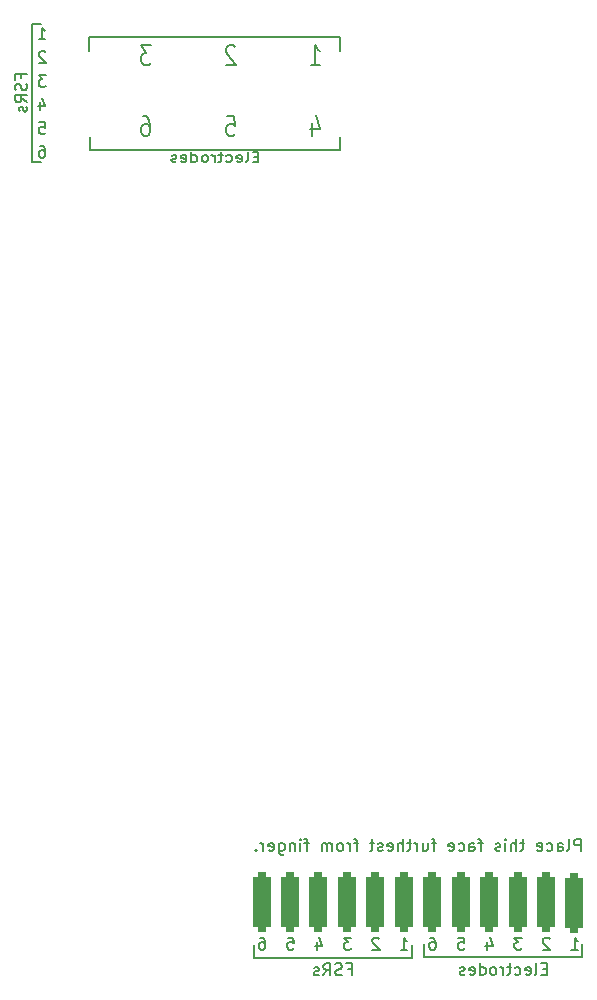
<source format=gbo>
G04 #@! TF.GenerationSoftware,KiCad,Pcbnew,7.0.7*
G04 #@! TF.CreationDate,2024-12-02T13:56:48+01:00*
G04 #@! TF.ProjectId,Finger_FSR_V1_length,46696e67-6572-45f4-9653-525f56315f6c,rev?*
G04 #@! TF.SameCoordinates,Original*
G04 #@! TF.FileFunction,Legend,Bot*
G04 #@! TF.FilePolarity,Positive*
%FSLAX46Y46*%
G04 Gerber Fmt 4.6, Leading zero omitted, Abs format (unit mm)*
G04 Created by KiCad (PCBNEW 7.0.7) date 2024-12-02 13:56:48*
%MOMM*%
%LPD*%
G01*
G04 APERTURE LIST*
G04 Aperture macros list*
%AMRoundRect*
0 Rectangle with rounded corners*
0 $1 Rounding radius*
0 $2 $3 $4 $5 $6 $7 $8 $9 X,Y pos of 4 corners*
0 Add a 4 corners polygon primitive as box body*
4,1,4,$2,$3,$4,$5,$6,$7,$8,$9,$2,$3,0*
0 Add four circle primitives for the rounded corners*
1,1,$1+$1,$2,$3*
1,1,$1+$1,$4,$5*
1,1,$1+$1,$6,$7*
1,1,$1+$1,$8,$9*
0 Add four rect primitives between the rounded corners*
20,1,$1+$1,$2,$3,$4,$5,0*
20,1,$1+$1,$4,$5,$6,$7,0*
20,1,$1+$1,$6,$7,$8,$9,0*
20,1,$1+$1,$8,$9,$2,$3,0*%
G04 Aperture macros list end*
%ADD10C,0.150000*%
%ADD11C,3.000000*%
%ADD12C,3.800000*%
%ADD13RoundRect,0.375000X-0.375000X2.125000X-0.375000X-2.125000X0.375000X-2.125000X0.375000X2.125000X0*%
%ADD14RoundRect,0.375000X0.375000X-2.125000X0.375000X2.125000X-0.375000X2.125000X-0.375000X-2.125000X0*%
G04 APERTURE END LIST*
D10*
X153978844Y-147090000D02*
X153978844Y-148210000D01*
X121515000Y-80850000D02*
X120805000Y-80850000D01*
X152921152Y-147120000D02*
X152921152Y-148240000D01*
X167367304Y-148210000D02*
X153978844Y-148210000D01*
X152921152Y-148240000D02*
X139532692Y-148240000D01*
X125622500Y-70320000D02*
X125622499Y-71440000D01*
X146840000Y-79830000D02*
X146840000Y-78710000D01*
X146836730Y-79830000D02*
X125648270Y-79830000D01*
X146812500Y-71440000D02*
X146812501Y-70320000D01*
X121515000Y-69180000D02*
X120805000Y-69180000D01*
X125625770Y-70320000D02*
X146814230Y-70320000D01*
X167367304Y-148210000D02*
X167367304Y-147090000D01*
X125650000Y-78710000D02*
X125650000Y-79830000D01*
X139532692Y-147120000D02*
X139532692Y-148240000D01*
X120804999Y-69188250D02*
X120804999Y-80848250D01*
X166432906Y-147539819D02*
X167004334Y-147539819D01*
X166718620Y-147539819D02*
X166718620Y-146539819D01*
X166718620Y-146539819D02*
X166813858Y-146682676D01*
X166813858Y-146682676D02*
X166909096Y-146777914D01*
X166909096Y-146777914D02*
X167004334Y-146825533D01*
X144514649Y-77543070D02*
X144514649Y-78676403D01*
X144824173Y-76895451D02*
X145133696Y-78109736D01*
X145133696Y-78109736D02*
X144328935Y-78109736D01*
X137271793Y-76976403D02*
X137890841Y-76976403D01*
X137890841Y-76976403D02*
X137952745Y-77785927D01*
X137952745Y-77785927D02*
X137890841Y-77704974D01*
X137890841Y-77704974D02*
X137767031Y-77624022D01*
X137767031Y-77624022D02*
X137457507Y-77624022D01*
X137457507Y-77624022D02*
X137333698Y-77704974D01*
X137333698Y-77704974D02*
X137271793Y-77785927D01*
X137271793Y-77785927D02*
X137209888Y-77947831D01*
X137209888Y-77947831D02*
X137209888Y-78352593D01*
X137209888Y-78352593D02*
X137271793Y-78514498D01*
X137271793Y-78514498D02*
X137333698Y-78595451D01*
X137333698Y-78595451D02*
X137457507Y-78676403D01*
X137457507Y-78676403D02*
X137767031Y-78676403D01*
X137767031Y-78676403D02*
X137890841Y-78595451D01*
X137890841Y-78595451D02*
X137952745Y-78514498D01*
X130152747Y-76976403D02*
X130400366Y-76976403D01*
X130400366Y-76976403D02*
X130524175Y-77057355D01*
X130524175Y-77057355D02*
X130586080Y-77138308D01*
X130586080Y-77138308D02*
X130709890Y-77381165D01*
X130709890Y-77381165D02*
X130771794Y-77704974D01*
X130771794Y-77704974D02*
X130771794Y-78352593D01*
X130771794Y-78352593D02*
X130709890Y-78514498D01*
X130709890Y-78514498D02*
X130647985Y-78595451D01*
X130647985Y-78595451D02*
X130524175Y-78676403D01*
X130524175Y-78676403D02*
X130276556Y-78676403D01*
X130276556Y-78676403D02*
X130152747Y-78595451D01*
X130152747Y-78595451D02*
X130090842Y-78514498D01*
X130090842Y-78514498D02*
X130028937Y-78352593D01*
X130028937Y-78352593D02*
X130028937Y-77947831D01*
X130028937Y-77947831D02*
X130090842Y-77785927D01*
X130090842Y-77785927D02*
X130152747Y-77704974D01*
X130152747Y-77704974D02*
X130276556Y-77624022D01*
X130276556Y-77624022D02*
X130524175Y-77624022D01*
X130524175Y-77624022D02*
X130647985Y-77704974D01*
X130647985Y-77704974D02*
X130709890Y-77785927D01*
X130709890Y-77785927D02*
X130771794Y-77947831D01*
X164366057Y-149166009D02*
X164032724Y-149166009D01*
X163889867Y-149689819D02*
X164366057Y-149689819D01*
X164366057Y-149689819D02*
X164366057Y-148689819D01*
X164366057Y-148689819D02*
X163889867Y-148689819D01*
X163318438Y-149689819D02*
X163413676Y-149642200D01*
X163413676Y-149642200D02*
X163461295Y-149546961D01*
X163461295Y-149546961D02*
X163461295Y-148689819D01*
X162556533Y-149642200D02*
X162651771Y-149689819D01*
X162651771Y-149689819D02*
X162842247Y-149689819D01*
X162842247Y-149689819D02*
X162937485Y-149642200D01*
X162937485Y-149642200D02*
X162985104Y-149546961D01*
X162985104Y-149546961D02*
X162985104Y-149166009D01*
X162985104Y-149166009D02*
X162937485Y-149070771D01*
X162937485Y-149070771D02*
X162842247Y-149023152D01*
X162842247Y-149023152D02*
X162651771Y-149023152D01*
X162651771Y-149023152D02*
X162556533Y-149070771D01*
X162556533Y-149070771D02*
X162508914Y-149166009D01*
X162508914Y-149166009D02*
X162508914Y-149261247D01*
X162508914Y-149261247D02*
X162985104Y-149356485D01*
X161651771Y-149642200D02*
X161747009Y-149689819D01*
X161747009Y-149689819D02*
X161937485Y-149689819D01*
X161937485Y-149689819D02*
X162032723Y-149642200D01*
X162032723Y-149642200D02*
X162080342Y-149594580D01*
X162080342Y-149594580D02*
X162127961Y-149499342D01*
X162127961Y-149499342D02*
X162127961Y-149213628D01*
X162127961Y-149213628D02*
X162080342Y-149118390D01*
X162080342Y-149118390D02*
X162032723Y-149070771D01*
X162032723Y-149070771D02*
X161937485Y-149023152D01*
X161937485Y-149023152D02*
X161747009Y-149023152D01*
X161747009Y-149023152D02*
X161651771Y-149070771D01*
X161366056Y-149023152D02*
X160985104Y-149023152D01*
X161223199Y-148689819D02*
X161223199Y-149546961D01*
X161223199Y-149546961D02*
X161175580Y-149642200D01*
X161175580Y-149642200D02*
X161080342Y-149689819D01*
X161080342Y-149689819D02*
X160985104Y-149689819D01*
X160651770Y-149689819D02*
X160651770Y-149023152D01*
X160651770Y-149213628D02*
X160604151Y-149118390D01*
X160604151Y-149118390D02*
X160556532Y-149070771D01*
X160556532Y-149070771D02*
X160461294Y-149023152D01*
X160461294Y-149023152D02*
X160366056Y-149023152D01*
X159889865Y-149689819D02*
X159985103Y-149642200D01*
X159985103Y-149642200D02*
X160032722Y-149594580D01*
X160032722Y-149594580D02*
X160080341Y-149499342D01*
X160080341Y-149499342D02*
X160080341Y-149213628D01*
X160080341Y-149213628D02*
X160032722Y-149118390D01*
X160032722Y-149118390D02*
X159985103Y-149070771D01*
X159985103Y-149070771D02*
X159889865Y-149023152D01*
X159889865Y-149023152D02*
X159747008Y-149023152D01*
X159747008Y-149023152D02*
X159651770Y-149070771D01*
X159651770Y-149070771D02*
X159604151Y-149118390D01*
X159604151Y-149118390D02*
X159556532Y-149213628D01*
X159556532Y-149213628D02*
X159556532Y-149499342D01*
X159556532Y-149499342D02*
X159604151Y-149594580D01*
X159604151Y-149594580D02*
X159651770Y-149642200D01*
X159651770Y-149642200D02*
X159747008Y-149689819D01*
X159747008Y-149689819D02*
X159889865Y-149689819D01*
X158699389Y-149689819D02*
X158699389Y-148689819D01*
X158699389Y-149642200D02*
X158794627Y-149689819D01*
X158794627Y-149689819D02*
X158985103Y-149689819D01*
X158985103Y-149689819D02*
X159080341Y-149642200D01*
X159080341Y-149642200D02*
X159127960Y-149594580D01*
X159127960Y-149594580D02*
X159175579Y-149499342D01*
X159175579Y-149499342D02*
X159175579Y-149213628D01*
X159175579Y-149213628D02*
X159127960Y-149118390D01*
X159127960Y-149118390D02*
X159080341Y-149070771D01*
X159080341Y-149070771D02*
X158985103Y-149023152D01*
X158985103Y-149023152D02*
X158794627Y-149023152D01*
X158794627Y-149023152D02*
X158699389Y-149070771D01*
X157842246Y-149642200D02*
X157937484Y-149689819D01*
X157937484Y-149689819D02*
X158127960Y-149689819D01*
X158127960Y-149689819D02*
X158223198Y-149642200D01*
X158223198Y-149642200D02*
X158270817Y-149546961D01*
X158270817Y-149546961D02*
X158270817Y-149166009D01*
X158270817Y-149166009D02*
X158223198Y-149070771D01*
X158223198Y-149070771D02*
X158127960Y-149023152D01*
X158127960Y-149023152D02*
X157937484Y-149023152D01*
X157937484Y-149023152D02*
X157842246Y-149070771D01*
X157842246Y-149070771D02*
X157794627Y-149166009D01*
X157794627Y-149166009D02*
X157794627Y-149261247D01*
X157794627Y-149261247D02*
X158270817Y-149356485D01*
X157413674Y-149642200D02*
X157318436Y-149689819D01*
X157318436Y-149689819D02*
X157127960Y-149689819D01*
X157127960Y-149689819D02*
X157032722Y-149642200D01*
X157032722Y-149642200D02*
X156985103Y-149546961D01*
X156985103Y-149546961D02*
X156985103Y-149499342D01*
X156985103Y-149499342D02*
X157032722Y-149404104D01*
X157032722Y-149404104D02*
X157127960Y-149356485D01*
X157127960Y-149356485D02*
X157270817Y-149356485D01*
X157270817Y-149356485D02*
X157366055Y-149308866D01*
X157366055Y-149308866D02*
X157413674Y-149213628D01*
X157413674Y-149213628D02*
X157413674Y-149166009D01*
X157413674Y-149166009D02*
X157366055Y-149070771D01*
X157366055Y-149070771D02*
X157270817Y-149023152D01*
X157270817Y-149023152D02*
X157127960Y-149023152D01*
X157127960Y-149023152D02*
X157032722Y-149070771D01*
X154489684Y-146539819D02*
X154680160Y-146539819D01*
X154680160Y-146539819D02*
X154775398Y-146587438D01*
X154775398Y-146587438D02*
X154823017Y-146635057D01*
X154823017Y-146635057D02*
X154918255Y-146777914D01*
X154918255Y-146777914D02*
X154965874Y-146968390D01*
X154965874Y-146968390D02*
X154965874Y-147349342D01*
X154965874Y-147349342D02*
X154918255Y-147444580D01*
X154918255Y-147444580D02*
X154870636Y-147492200D01*
X154870636Y-147492200D02*
X154775398Y-147539819D01*
X154775398Y-147539819D02*
X154584922Y-147539819D01*
X154584922Y-147539819D02*
X154489684Y-147492200D01*
X154489684Y-147492200D02*
X154442065Y-147444580D01*
X154442065Y-147444580D02*
X154394446Y-147349342D01*
X154394446Y-147349342D02*
X154394446Y-147111247D01*
X154394446Y-147111247D02*
X154442065Y-147016009D01*
X154442065Y-147016009D02*
X154489684Y-146968390D01*
X154489684Y-146968390D02*
X154584922Y-146920771D01*
X154584922Y-146920771D02*
X154775398Y-146920771D01*
X154775398Y-146920771D02*
X154870636Y-146968390D01*
X154870636Y-146968390D02*
X154918255Y-147016009D01*
X154918255Y-147016009D02*
X154965874Y-147111247D01*
X156849757Y-146539819D02*
X157325947Y-146539819D01*
X157325947Y-146539819D02*
X157373566Y-147016009D01*
X157373566Y-147016009D02*
X157325947Y-146968390D01*
X157325947Y-146968390D02*
X157230709Y-146920771D01*
X157230709Y-146920771D02*
X156992614Y-146920771D01*
X156992614Y-146920771D02*
X156897376Y-146968390D01*
X156897376Y-146968390D02*
X156849757Y-147016009D01*
X156849757Y-147016009D02*
X156802138Y-147111247D01*
X156802138Y-147111247D02*
X156802138Y-147349342D01*
X156802138Y-147349342D02*
X156849757Y-147444580D01*
X156849757Y-147444580D02*
X156897376Y-147492200D01*
X156897376Y-147492200D02*
X156992614Y-147539819D01*
X156992614Y-147539819D02*
X157230709Y-147539819D01*
X157230709Y-147539819D02*
X157325947Y-147492200D01*
X157325947Y-147492200D02*
X157373566Y-147444580D01*
X159305068Y-146873152D02*
X159305068Y-147539819D01*
X159543163Y-146492200D02*
X159781258Y-147206485D01*
X159781258Y-147206485D02*
X159162211Y-147206485D01*
X121321791Y-70489819D02*
X121893219Y-70489819D01*
X121607505Y-70489819D02*
X121607505Y-69489819D01*
X121607505Y-69489819D02*
X121702743Y-69632676D01*
X121702743Y-69632676D02*
X121797981Y-69727914D01*
X121797981Y-69727914D02*
X121893219Y-69775533D01*
X144390839Y-72676403D02*
X145133696Y-72676403D01*
X144762268Y-72676403D02*
X144762268Y-70976403D01*
X144762268Y-70976403D02*
X144886077Y-71219260D01*
X144886077Y-71219260D02*
X145009887Y-71381165D01*
X145009887Y-71381165D02*
X145133696Y-71462117D01*
X137952745Y-71138308D02*
X137890841Y-71057355D01*
X137890841Y-71057355D02*
X137767031Y-70976403D01*
X137767031Y-70976403D02*
X137457507Y-70976403D01*
X137457507Y-70976403D02*
X137333698Y-71057355D01*
X137333698Y-71057355D02*
X137271793Y-71138308D01*
X137271793Y-71138308D02*
X137209888Y-71300212D01*
X137209888Y-71300212D02*
X137209888Y-71462117D01*
X137209888Y-71462117D02*
X137271793Y-71704974D01*
X137271793Y-71704974D02*
X138014650Y-72676403D01*
X138014650Y-72676403D02*
X137209888Y-72676403D01*
X130833699Y-70976403D02*
X130028937Y-70976403D01*
X130028937Y-70976403D02*
X130462271Y-71624022D01*
X130462271Y-71624022D02*
X130276556Y-71624022D01*
X130276556Y-71624022D02*
X130152747Y-71704974D01*
X130152747Y-71704974D02*
X130090842Y-71785927D01*
X130090842Y-71785927D02*
X130028937Y-71947831D01*
X130028937Y-71947831D02*
X130028937Y-72352593D01*
X130028937Y-72352593D02*
X130090842Y-72514498D01*
X130090842Y-72514498D02*
X130152747Y-72595451D01*
X130152747Y-72595451D02*
X130276556Y-72676403D01*
X130276556Y-72676403D02*
X130647985Y-72676403D01*
X130647985Y-72676403D02*
X130771794Y-72595451D01*
X130771794Y-72595451D02*
X130833699Y-72514498D01*
X140043532Y-146539819D02*
X140234008Y-146539819D01*
X140234008Y-146539819D02*
X140329246Y-146587438D01*
X140329246Y-146587438D02*
X140376865Y-146635057D01*
X140376865Y-146635057D02*
X140472103Y-146777914D01*
X140472103Y-146777914D02*
X140519722Y-146968390D01*
X140519722Y-146968390D02*
X140519722Y-147349342D01*
X140519722Y-147349342D02*
X140472103Y-147444580D01*
X140472103Y-147444580D02*
X140424484Y-147492200D01*
X140424484Y-147492200D02*
X140329246Y-147539819D01*
X140329246Y-147539819D02*
X140138770Y-147539819D01*
X140138770Y-147539819D02*
X140043532Y-147492200D01*
X140043532Y-147492200D02*
X139995913Y-147444580D01*
X139995913Y-147444580D02*
X139948294Y-147349342D01*
X139948294Y-147349342D02*
X139948294Y-147111247D01*
X139948294Y-147111247D02*
X139995913Y-147016009D01*
X139995913Y-147016009D02*
X140043532Y-146968390D01*
X140043532Y-146968390D02*
X140138770Y-146920771D01*
X140138770Y-146920771D02*
X140329246Y-146920771D01*
X140329246Y-146920771D02*
X140424484Y-146968390D01*
X140424484Y-146968390D02*
X140472103Y-147016009D01*
X140472103Y-147016009D02*
X140519722Y-147111247D01*
X151986754Y-147539819D02*
X152558182Y-147539819D01*
X152272468Y-147539819D02*
X152272468Y-146539819D01*
X152272468Y-146539819D02*
X152367706Y-146682676D01*
X152367706Y-146682676D02*
X152462944Y-146777914D01*
X152462944Y-146777914D02*
X152558182Y-146825533D01*
X139935483Y-80415247D02*
X139602150Y-80415247D01*
X139459293Y-80834295D02*
X139935483Y-80834295D01*
X139935483Y-80834295D02*
X139935483Y-80034295D01*
X139935483Y-80034295D02*
X139459293Y-80034295D01*
X138887864Y-80834295D02*
X138983102Y-80796200D01*
X138983102Y-80796200D02*
X139030721Y-80720009D01*
X139030721Y-80720009D02*
X139030721Y-80034295D01*
X138125959Y-80796200D02*
X138221197Y-80834295D01*
X138221197Y-80834295D02*
X138411673Y-80834295D01*
X138411673Y-80834295D02*
X138506911Y-80796200D01*
X138506911Y-80796200D02*
X138554530Y-80720009D01*
X138554530Y-80720009D02*
X138554530Y-80415247D01*
X138554530Y-80415247D02*
X138506911Y-80339057D01*
X138506911Y-80339057D02*
X138411673Y-80300961D01*
X138411673Y-80300961D02*
X138221197Y-80300961D01*
X138221197Y-80300961D02*
X138125959Y-80339057D01*
X138125959Y-80339057D02*
X138078340Y-80415247D01*
X138078340Y-80415247D02*
X138078340Y-80491438D01*
X138078340Y-80491438D02*
X138554530Y-80567628D01*
X137221197Y-80796200D02*
X137316435Y-80834295D01*
X137316435Y-80834295D02*
X137506911Y-80834295D01*
X137506911Y-80834295D02*
X137602149Y-80796200D01*
X137602149Y-80796200D02*
X137649768Y-80758104D01*
X137649768Y-80758104D02*
X137697387Y-80681914D01*
X137697387Y-80681914D02*
X137697387Y-80453342D01*
X137697387Y-80453342D02*
X137649768Y-80377152D01*
X137649768Y-80377152D02*
X137602149Y-80339057D01*
X137602149Y-80339057D02*
X137506911Y-80300961D01*
X137506911Y-80300961D02*
X137316435Y-80300961D01*
X137316435Y-80300961D02*
X137221197Y-80339057D01*
X136935482Y-80300961D02*
X136554530Y-80300961D01*
X136792625Y-80034295D02*
X136792625Y-80720009D01*
X136792625Y-80720009D02*
X136745006Y-80796200D01*
X136745006Y-80796200D02*
X136649768Y-80834295D01*
X136649768Y-80834295D02*
X136554530Y-80834295D01*
X136221196Y-80834295D02*
X136221196Y-80300961D01*
X136221196Y-80453342D02*
X136173577Y-80377152D01*
X136173577Y-80377152D02*
X136125958Y-80339057D01*
X136125958Y-80339057D02*
X136030720Y-80300961D01*
X136030720Y-80300961D02*
X135935482Y-80300961D01*
X135459291Y-80834295D02*
X135554529Y-80796200D01*
X135554529Y-80796200D02*
X135602148Y-80758104D01*
X135602148Y-80758104D02*
X135649767Y-80681914D01*
X135649767Y-80681914D02*
X135649767Y-80453342D01*
X135649767Y-80453342D02*
X135602148Y-80377152D01*
X135602148Y-80377152D02*
X135554529Y-80339057D01*
X135554529Y-80339057D02*
X135459291Y-80300961D01*
X135459291Y-80300961D02*
X135316434Y-80300961D01*
X135316434Y-80300961D02*
X135221196Y-80339057D01*
X135221196Y-80339057D02*
X135173577Y-80377152D01*
X135173577Y-80377152D02*
X135125958Y-80453342D01*
X135125958Y-80453342D02*
X135125958Y-80681914D01*
X135125958Y-80681914D02*
X135173577Y-80758104D01*
X135173577Y-80758104D02*
X135221196Y-80796200D01*
X135221196Y-80796200D02*
X135316434Y-80834295D01*
X135316434Y-80834295D02*
X135459291Y-80834295D01*
X134268815Y-80834295D02*
X134268815Y-80034295D01*
X134268815Y-80796200D02*
X134364053Y-80834295D01*
X134364053Y-80834295D02*
X134554529Y-80834295D01*
X134554529Y-80834295D02*
X134649767Y-80796200D01*
X134649767Y-80796200D02*
X134697386Y-80758104D01*
X134697386Y-80758104D02*
X134745005Y-80681914D01*
X134745005Y-80681914D02*
X134745005Y-80453342D01*
X134745005Y-80453342D02*
X134697386Y-80377152D01*
X134697386Y-80377152D02*
X134649767Y-80339057D01*
X134649767Y-80339057D02*
X134554529Y-80300961D01*
X134554529Y-80300961D02*
X134364053Y-80300961D01*
X134364053Y-80300961D02*
X134268815Y-80339057D01*
X133411672Y-80796200D02*
X133506910Y-80834295D01*
X133506910Y-80834295D02*
X133697386Y-80834295D01*
X133697386Y-80834295D02*
X133792624Y-80796200D01*
X133792624Y-80796200D02*
X133840243Y-80720009D01*
X133840243Y-80720009D02*
X133840243Y-80415247D01*
X133840243Y-80415247D02*
X133792624Y-80339057D01*
X133792624Y-80339057D02*
X133697386Y-80300961D01*
X133697386Y-80300961D02*
X133506910Y-80300961D01*
X133506910Y-80300961D02*
X133411672Y-80339057D01*
X133411672Y-80339057D02*
X133364053Y-80415247D01*
X133364053Y-80415247D02*
X133364053Y-80491438D01*
X133364053Y-80491438D02*
X133840243Y-80567628D01*
X132983100Y-80796200D02*
X132887862Y-80834295D01*
X132887862Y-80834295D02*
X132697386Y-80834295D01*
X132697386Y-80834295D02*
X132602148Y-80796200D01*
X132602148Y-80796200D02*
X132554529Y-80720009D01*
X132554529Y-80720009D02*
X132554529Y-80681914D01*
X132554529Y-80681914D02*
X132602148Y-80605723D01*
X132602148Y-80605723D02*
X132697386Y-80567628D01*
X132697386Y-80567628D02*
X132840243Y-80567628D01*
X132840243Y-80567628D02*
X132935481Y-80529533D01*
X132935481Y-80529533D02*
X132983100Y-80453342D01*
X132983100Y-80453342D02*
X132983100Y-80415247D01*
X132983100Y-80415247D02*
X132935481Y-80339057D01*
X132935481Y-80339057D02*
X132840243Y-80300961D01*
X132840243Y-80300961D02*
X132697386Y-80300961D01*
X132697386Y-80300961D02*
X132602148Y-80339057D01*
X121369410Y-77489819D02*
X121845600Y-77489819D01*
X121845600Y-77489819D02*
X121893219Y-77966009D01*
X121893219Y-77966009D02*
X121845600Y-77918390D01*
X121845600Y-77918390D02*
X121750362Y-77870771D01*
X121750362Y-77870771D02*
X121512267Y-77870771D01*
X121512267Y-77870771D02*
X121417029Y-77918390D01*
X121417029Y-77918390D02*
X121369410Y-77966009D01*
X121369410Y-77966009D02*
X121321791Y-78061247D01*
X121321791Y-78061247D02*
X121321791Y-78299342D01*
X121321791Y-78299342D02*
X121369410Y-78394580D01*
X121369410Y-78394580D02*
X121417029Y-78442200D01*
X121417029Y-78442200D02*
X121512267Y-78489819D01*
X121512267Y-78489819D02*
X121750362Y-78489819D01*
X121750362Y-78489819D02*
X121845600Y-78442200D01*
X121845600Y-78442200D02*
X121893219Y-78394580D01*
X121417029Y-75823152D02*
X121417029Y-76489819D01*
X121655124Y-75442200D02*
X121893219Y-76156485D01*
X121893219Y-76156485D02*
X121274172Y-76156485D01*
X121940838Y-73489819D02*
X121321791Y-73489819D01*
X121321791Y-73489819D02*
X121655124Y-73870771D01*
X121655124Y-73870771D02*
X121512267Y-73870771D01*
X121512267Y-73870771D02*
X121417029Y-73918390D01*
X121417029Y-73918390D02*
X121369410Y-73966009D01*
X121369410Y-73966009D02*
X121321791Y-74061247D01*
X121321791Y-74061247D02*
X121321791Y-74299342D01*
X121321791Y-74299342D02*
X121369410Y-74394580D01*
X121369410Y-74394580D02*
X121417029Y-74442200D01*
X121417029Y-74442200D02*
X121512267Y-74489819D01*
X121512267Y-74489819D02*
X121797981Y-74489819D01*
X121797981Y-74489819D02*
X121893219Y-74442200D01*
X121893219Y-74442200D02*
X121940838Y-74394580D01*
X147790417Y-146539819D02*
X147171370Y-146539819D01*
X147171370Y-146539819D02*
X147504703Y-146920771D01*
X147504703Y-146920771D02*
X147361846Y-146920771D01*
X147361846Y-146920771D02*
X147266608Y-146968390D01*
X147266608Y-146968390D02*
X147218989Y-147016009D01*
X147218989Y-147016009D02*
X147171370Y-147111247D01*
X147171370Y-147111247D02*
X147171370Y-147349342D01*
X147171370Y-147349342D02*
X147218989Y-147444580D01*
X147218989Y-147444580D02*
X147266608Y-147492200D01*
X147266608Y-147492200D02*
X147361846Y-147539819D01*
X147361846Y-147539819D02*
X147647560Y-147539819D01*
X147647560Y-147539819D02*
X147742798Y-147492200D01*
X147742798Y-147492200D02*
X147790417Y-147444580D01*
X150150490Y-146635057D02*
X150102871Y-146587438D01*
X150102871Y-146587438D02*
X150007633Y-146539819D01*
X150007633Y-146539819D02*
X149769538Y-146539819D01*
X149769538Y-146539819D02*
X149674300Y-146587438D01*
X149674300Y-146587438D02*
X149626681Y-146635057D01*
X149626681Y-146635057D02*
X149579062Y-146730295D01*
X149579062Y-146730295D02*
X149579062Y-146825533D01*
X149579062Y-146825533D02*
X149626681Y-146968390D01*
X149626681Y-146968390D02*
X150198109Y-147539819D01*
X150198109Y-147539819D02*
X149579062Y-147539819D01*
X147491333Y-149196009D02*
X147824666Y-149196009D01*
X147824666Y-149719819D02*
X147824666Y-148719819D01*
X147824666Y-148719819D02*
X147348476Y-148719819D01*
X147015142Y-149672200D02*
X146872285Y-149719819D01*
X146872285Y-149719819D02*
X146634190Y-149719819D01*
X146634190Y-149719819D02*
X146538952Y-149672200D01*
X146538952Y-149672200D02*
X146491333Y-149624580D01*
X146491333Y-149624580D02*
X146443714Y-149529342D01*
X146443714Y-149529342D02*
X146443714Y-149434104D01*
X146443714Y-149434104D02*
X146491333Y-149338866D01*
X146491333Y-149338866D02*
X146538952Y-149291247D01*
X146538952Y-149291247D02*
X146634190Y-149243628D01*
X146634190Y-149243628D02*
X146824666Y-149196009D01*
X146824666Y-149196009D02*
X146919904Y-149148390D01*
X146919904Y-149148390D02*
X146967523Y-149100771D01*
X146967523Y-149100771D02*
X147015142Y-149005533D01*
X147015142Y-149005533D02*
X147015142Y-148910295D01*
X147015142Y-148910295D02*
X146967523Y-148815057D01*
X146967523Y-148815057D02*
X146919904Y-148767438D01*
X146919904Y-148767438D02*
X146824666Y-148719819D01*
X146824666Y-148719819D02*
X146586571Y-148719819D01*
X146586571Y-148719819D02*
X146443714Y-148767438D01*
X145443714Y-149719819D02*
X145777047Y-149243628D01*
X146015142Y-149719819D02*
X146015142Y-148719819D01*
X146015142Y-148719819D02*
X145634190Y-148719819D01*
X145634190Y-148719819D02*
X145538952Y-148767438D01*
X145538952Y-148767438D02*
X145491333Y-148815057D01*
X145491333Y-148815057D02*
X145443714Y-148910295D01*
X145443714Y-148910295D02*
X145443714Y-149053152D01*
X145443714Y-149053152D02*
X145491333Y-149148390D01*
X145491333Y-149148390D02*
X145538952Y-149196009D01*
X145538952Y-149196009D02*
X145634190Y-149243628D01*
X145634190Y-149243628D02*
X146015142Y-149243628D01*
X145062761Y-149672200D02*
X144967523Y-149719819D01*
X144967523Y-149719819D02*
X144777047Y-149719819D01*
X144777047Y-149719819D02*
X144681809Y-149672200D01*
X144681809Y-149672200D02*
X144634190Y-149576961D01*
X144634190Y-149576961D02*
X144634190Y-149529342D01*
X144634190Y-149529342D02*
X144681809Y-149434104D01*
X144681809Y-149434104D02*
X144777047Y-149386485D01*
X144777047Y-149386485D02*
X144919904Y-149386485D01*
X144919904Y-149386485D02*
X145015142Y-149338866D01*
X145015142Y-149338866D02*
X145062761Y-149243628D01*
X145062761Y-149243628D02*
X145062761Y-149196009D01*
X145062761Y-149196009D02*
X145015142Y-149100771D01*
X145015142Y-149100771D02*
X144919904Y-149053152D01*
X144919904Y-149053152D02*
X144777047Y-149053152D01*
X144777047Y-149053152D02*
X144681809Y-149100771D01*
X142403605Y-146539819D02*
X142879795Y-146539819D01*
X142879795Y-146539819D02*
X142927414Y-147016009D01*
X142927414Y-147016009D02*
X142879795Y-146968390D01*
X142879795Y-146968390D02*
X142784557Y-146920771D01*
X142784557Y-146920771D02*
X142546462Y-146920771D01*
X142546462Y-146920771D02*
X142451224Y-146968390D01*
X142451224Y-146968390D02*
X142403605Y-147016009D01*
X142403605Y-147016009D02*
X142355986Y-147111247D01*
X142355986Y-147111247D02*
X142355986Y-147349342D01*
X142355986Y-147349342D02*
X142403605Y-147444580D01*
X142403605Y-147444580D02*
X142451224Y-147492200D01*
X142451224Y-147492200D02*
X142546462Y-147539819D01*
X142546462Y-147539819D02*
X142784557Y-147539819D01*
X142784557Y-147539819D02*
X142879795Y-147492200D01*
X142879795Y-147492200D02*
X142927414Y-147444580D01*
X164596642Y-146635057D02*
X164549023Y-146587438D01*
X164549023Y-146587438D02*
X164453785Y-146539819D01*
X164453785Y-146539819D02*
X164215690Y-146539819D01*
X164215690Y-146539819D02*
X164120452Y-146587438D01*
X164120452Y-146587438D02*
X164072833Y-146635057D01*
X164072833Y-146635057D02*
X164025214Y-146730295D01*
X164025214Y-146730295D02*
X164025214Y-146825533D01*
X164025214Y-146825533D02*
X164072833Y-146968390D01*
X164072833Y-146968390D02*
X164644261Y-147539819D01*
X164644261Y-147539819D02*
X164025214Y-147539819D01*
X121417029Y-79489819D02*
X121607505Y-79489819D01*
X121607505Y-79489819D02*
X121702743Y-79537438D01*
X121702743Y-79537438D02*
X121750362Y-79585057D01*
X121750362Y-79585057D02*
X121845600Y-79727914D01*
X121845600Y-79727914D02*
X121893219Y-79918390D01*
X121893219Y-79918390D02*
X121893219Y-80299342D01*
X121893219Y-80299342D02*
X121845600Y-80394580D01*
X121845600Y-80394580D02*
X121797981Y-80442200D01*
X121797981Y-80442200D02*
X121702743Y-80489819D01*
X121702743Y-80489819D02*
X121512267Y-80489819D01*
X121512267Y-80489819D02*
X121417029Y-80442200D01*
X121417029Y-80442200D02*
X121369410Y-80394580D01*
X121369410Y-80394580D02*
X121321791Y-80299342D01*
X121321791Y-80299342D02*
X121321791Y-80061247D01*
X121321791Y-80061247D02*
X121369410Y-79966009D01*
X121369410Y-79966009D02*
X121417029Y-79918390D01*
X121417029Y-79918390D02*
X121512267Y-79870771D01*
X121512267Y-79870771D02*
X121702743Y-79870771D01*
X121702743Y-79870771D02*
X121797981Y-79918390D01*
X121797981Y-79918390D02*
X121845600Y-79966009D01*
X121845600Y-79966009D02*
X121893219Y-80061247D01*
X162236569Y-146539819D02*
X161617522Y-146539819D01*
X161617522Y-146539819D02*
X161950855Y-146920771D01*
X161950855Y-146920771D02*
X161807998Y-146920771D01*
X161807998Y-146920771D02*
X161712760Y-146968390D01*
X161712760Y-146968390D02*
X161665141Y-147016009D01*
X161665141Y-147016009D02*
X161617522Y-147111247D01*
X161617522Y-147111247D02*
X161617522Y-147349342D01*
X161617522Y-147349342D02*
X161665141Y-147444580D01*
X161665141Y-147444580D02*
X161712760Y-147492200D01*
X161712760Y-147492200D02*
X161807998Y-147539819D01*
X161807998Y-147539819D02*
X162093712Y-147539819D01*
X162093712Y-147539819D02*
X162188950Y-147492200D01*
X162188950Y-147492200D02*
X162236569Y-147444580D01*
X119816009Y-73753838D02*
X119816009Y-73420505D01*
X120339819Y-73420505D02*
X119339819Y-73420505D01*
X119339819Y-73420505D02*
X119339819Y-73896695D01*
X120292200Y-74230029D02*
X120339819Y-74372886D01*
X120339819Y-74372886D02*
X120339819Y-74610981D01*
X120339819Y-74610981D02*
X120292200Y-74706219D01*
X120292200Y-74706219D02*
X120244580Y-74753838D01*
X120244580Y-74753838D02*
X120149342Y-74801457D01*
X120149342Y-74801457D02*
X120054104Y-74801457D01*
X120054104Y-74801457D02*
X119958866Y-74753838D01*
X119958866Y-74753838D02*
X119911247Y-74706219D01*
X119911247Y-74706219D02*
X119863628Y-74610981D01*
X119863628Y-74610981D02*
X119816009Y-74420505D01*
X119816009Y-74420505D02*
X119768390Y-74325267D01*
X119768390Y-74325267D02*
X119720771Y-74277648D01*
X119720771Y-74277648D02*
X119625533Y-74230029D01*
X119625533Y-74230029D02*
X119530295Y-74230029D01*
X119530295Y-74230029D02*
X119435057Y-74277648D01*
X119435057Y-74277648D02*
X119387438Y-74325267D01*
X119387438Y-74325267D02*
X119339819Y-74420505D01*
X119339819Y-74420505D02*
X119339819Y-74658600D01*
X119339819Y-74658600D02*
X119387438Y-74801457D01*
X120339819Y-75801457D02*
X119863628Y-75468124D01*
X120339819Y-75230029D02*
X119339819Y-75230029D01*
X119339819Y-75230029D02*
X119339819Y-75610981D01*
X119339819Y-75610981D02*
X119387438Y-75706219D01*
X119387438Y-75706219D02*
X119435057Y-75753838D01*
X119435057Y-75753838D02*
X119530295Y-75801457D01*
X119530295Y-75801457D02*
X119673152Y-75801457D01*
X119673152Y-75801457D02*
X119768390Y-75753838D01*
X119768390Y-75753838D02*
X119816009Y-75706219D01*
X119816009Y-75706219D02*
X119863628Y-75610981D01*
X119863628Y-75610981D02*
X119863628Y-75230029D01*
X120292200Y-76182410D02*
X120339819Y-76277648D01*
X120339819Y-76277648D02*
X120339819Y-76468124D01*
X120339819Y-76468124D02*
X120292200Y-76563362D01*
X120292200Y-76563362D02*
X120196961Y-76610981D01*
X120196961Y-76610981D02*
X120149342Y-76610981D01*
X120149342Y-76610981D02*
X120054104Y-76563362D01*
X120054104Y-76563362D02*
X120006485Y-76468124D01*
X120006485Y-76468124D02*
X120006485Y-76325267D01*
X120006485Y-76325267D02*
X119958866Y-76230029D01*
X119958866Y-76230029D02*
X119863628Y-76182410D01*
X119863628Y-76182410D02*
X119816009Y-76182410D01*
X119816009Y-76182410D02*
X119720771Y-76230029D01*
X119720771Y-76230029D02*
X119673152Y-76325267D01*
X119673152Y-76325267D02*
X119673152Y-76468124D01*
X119673152Y-76468124D02*
X119720771Y-76563362D01*
X121893219Y-71585057D02*
X121845600Y-71537438D01*
X121845600Y-71537438D02*
X121750362Y-71489819D01*
X121750362Y-71489819D02*
X121512267Y-71489819D01*
X121512267Y-71489819D02*
X121417029Y-71537438D01*
X121417029Y-71537438D02*
X121369410Y-71585057D01*
X121369410Y-71585057D02*
X121321791Y-71680295D01*
X121321791Y-71680295D02*
X121321791Y-71775533D01*
X121321791Y-71775533D02*
X121369410Y-71918390D01*
X121369410Y-71918390D02*
X121940838Y-72489819D01*
X121940838Y-72489819D02*
X121321791Y-72489819D01*
X144858916Y-146873152D02*
X144858916Y-147539819D01*
X145097011Y-146492200D02*
X145335106Y-147206485D01*
X145335106Y-147206485D02*
X144716059Y-147206485D01*
X167214413Y-139199819D02*
X167214413Y-138199819D01*
X167214413Y-138199819D02*
X166833461Y-138199819D01*
X166833461Y-138199819D02*
X166738223Y-138247438D01*
X166738223Y-138247438D02*
X166690604Y-138295057D01*
X166690604Y-138295057D02*
X166642985Y-138390295D01*
X166642985Y-138390295D02*
X166642985Y-138533152D01*
X166642985Y-138533152D02*
X166690604Y-138628390D01*
X166690604Y-138628390D02*
X166738223Y-138676009D01*
X166738223Y-138676009D02*
X166833461Y-138723628D01*
X166833461Y-138723628D02*
X167214413Y-138723628D01*
X166071556Y-139199819D02*
X166166794Y-139152200D01*
X166166794Y-139152200D02*
X166214413Y-139056961D01*
X166214413Y-139056961D02*
X166214413Y-138199819D01*
X165262032Y-139199819D02*
X165262032Y-138676009D01*
X165262032Y-138676009D02*
X165309651Y-138580771D01*
X165309651Y-138580771D02*
X165404889Y-138533152D01*
X165404889Y-138533152D02*
X165595365Y-138533152D01*
X165595365Y-138533152D02*
X165690603Y-138580771D01*
X165262032Y-139152200D02*
X165357270Y-139199819D01*
X165357270Y-139199819D02*
X165595365Y-139199819D01*
X165595365Y-139199819D02*
X165690603Y-139152200D01*
X165690603Y-139152200D02*
X165738222Y-139056961D01*
X165738222Y-139056961D02*
X165738222Y-138961723D01*
X165738222Y-138961723D02*
X165690603Y-138866485D01*
X165690603Y-138866485D02*
X165595365Y-138818866D01*
X165595365Y-138818866D02*
X165357270Y-138818866D01*
X165357270Y-138818866D02*
X165262032Y-138771247D01*
X164357270Y-139152200D02*
X164452508Y-139199819D01*
X164452508Y-139199819D02*
X164642984Y-139199819D01*
X164642984Y-139199819D02*
X164738222Y-139152200D01*
X164738222Y-139152200D02*
X164785841Y-139104580D01*
X164785841Y-139104580D02*
X164833460Y-139009342D01*
X164833460Y-139009342D02*
X164833460Y-138723628D01*
X164833460Y-138723628D02*
X164785841Y-138628390D01*
X164785841Y-138628390D02*
X164738222Y-138580771D01*
X164738222Y-138580771D02*
X164642984Y-138533152D01*
X164642984Y-138533152D02*
X164452508Y-138533152D01*
X164452508Y-138533152D02*
X164357270Y-138580771D01*
X163547746Y-139152200D02*
X163642984Y-139199819D01*
X163642984Y-139199819D02*
X163833460Y-139199819D01*
X163833460Y-139199819D02*
X163928698Y-139152200D01*
X163928698Y-139152200D02*
X163976317Y-139056961D01*
X163976317Y-139056961D02*
X163976317Y-138676009D01*
X163976317Y-138676009D02*
X163928698Y-138580771D01*
X163928698Y-138580771D02*
X163833460Y-138533152D01*
X163833460Y-138533152D02*
X163642984Y-138533152D01*
X163642984Y-138533152D02*
X163547746Y-138580771D01*
X163547746Y-138580771D02*
X163500127Y-138676009D01*
X163500127Y-138676009D02*
X163500127Y-138771247D01*
X163500127Y-138771247D02*
X163976317Y-138866485D01*
X162452507Y-138533152D02*
X162071555Y-138533152D01*
X162309650Y-138199819D02*
X162309650Y-139056961D01*
X162309650Y-139056961D02*
X162262031Y-139152200D01*
X162262031Y-139152200D02*
X162166793Y-139199819D01*
X162166793Y-139199819D02*
X162071555Y-139199819D01*
X161738221Y-139199819D02*
X161738221Y-138199819D01*
X161309650Y-139199819D02*
X161309650Y-138676009D01*
X161309650Y-138676009D02*
X161357269Y-138580771D01*
X161357269Y-138580771D02*
X161452507Y-138533152D01*
X161452507Y-138533152D02*
X161595364Y-138533152D01*
X161595364Y-138533152D02*
X161690602Y-138580771D01*
X161690602Y-138580771D02*
X161738221Y-138628390D01*
X160833459Y-139199819D02*
X160833459Y-138533152D01*
X160833459Y-138199819D02*
X160881078Y-138247438D01*
X160881078Y-138247438D02*
X160833459Y-138295057D01*
X160833459Y-138295057D02*
X160785840Y-138247438D01*
X160785840Y-138247438D02*
X160833459Y-138199819D01*
X160833459Y-138199819D02*
X160833459Y-138295057D01*
X160404888Y-139152200D02*
X160309650Y-139199819D01*
X160309650Y-139199819D02*
X160119174Y-139199819D01*
X160119174Y-139199819D02*
X160023936Y-139152200D01*
X160023936Y-139152200D02*
X159976317Y-139056961D01*
X159976317Y-139056961D02*
X159976317Y-139009342D01*
X159976317Y-139009342D02*
X160023936Y-138914104D01*
X160023936Y-138914104D02*
X160119174Y-138866485D01*
X160119174Y-138866485D02*
X160262031Y-138866485D01*
X160262031Y-138866485D02*
X160357269Y-138818866D01*
X160357269Y-138818866D02*
X160404888Y-138723628D01*
X160404888Y-138723628D02*
X160404888Y-138676009D01*
X160404888Y-138676009D02*
X160357269Y-138580771D01*
X160357269Y-138580771D02*
X160262031Y-138533152D01*
X160262031Y-138533152D02*
X160119174Y-138533152D01*
X160119174Y-138533152D02*
X160023936Y-138580771D01*
X158928697Y-138533152D02*
X158547745Y-138533152D01*
X158785840Y-139199819D02*
X158785840Y-138342676D01*
X158785840Y-138342676D02*
X158738221Y-138247438D01*
X158738221Y-138247438D02*
X158642983Y-138199819D01*
X158642983Y-138199819D02*
X158547745Y-138199819D01*
X157785840Y-139199819D02*
X157785840Y-138676009D01*
X157785840Y-138676009D02*
X157833459Y-138580771D01*
X157833459Y-138580771D02*
X157928697Y-138533152D01*
X157928697Y-138533152D02*
X158119173Y-138533152D01*
X158119173Y-138533152D02*
X158214411Y-138580771D01*
X157785840Y-139152200D02*
X157881078Y-139199819D01*
X157881078Y-139199819D02*
X158119173Y-139199819D01*
X158119173Y-139199819D02*
X158214411Y-139152200D01*
X158214411Y-139152200D02*
X158262030Y-139056961D01*
X158262030Y-139056961D02*
X158262030Y-138961723D01*
X158262030Y-138961723D02*
X158214411Y-138866485D01*
X158214411Y-138866485D02*
X158119173Y-138818866D01*
X158119173Y-138818866D02*
X157881078Y-138818866D01*
X157881078Y-138818866D02*
X157785840Y-138771247D01*
X156881078Y-139152200D02*
X156976316Y-139199819D01*
X156976316Y-139199819D02*
X157166792Y-139199819D01*
X157166792Y-139199819D02*
X157262030Y-139152200D01*
X157262030Y-139152200D02*
X157309649Y-139104580D01*
X157309649Y-139104580D02*
X157357268Y-139009342D01*
X157357268Y-139009342D02*
X157357268Y-138723628D01*
X157357268Y-138723628D02*
X157309649Y-138628390D01*
X157309649Y-138628390D02*
X157262030Y-138580771D01*
X157262030Y-138580771D02*
X157166792Y-138533152D01*
X157166792Y-138533152D02*
X156976316Y-138533152D01*
X156976316Y-138533152D02*
X156881078Y-138580771D01*
X156071554Y-139152200D02*
X156166792Y-139199819D01*
X156166792Y-139199819D02*
X156357268Y-139199819D01*
X156357268Y-139199819D02*
X156452506Y-139152200D01*
X156452506Y-139152200D02*
X156500125Y-139056961D01*
X156500125Y-139056961D02*
X156500125Y-138676009D01*
X156500125Y-138676009D02*
X156452506Y-138580771D01*
X156452506Y-138580771D02*
X156357268Y-138533152D01*
X156357268Y-138533152D02*
X156166792Y-138533152D01*
X156166792Y-138533152D02*
X156071554Y-138580771D01*
X156071554Y-138580771D02*
X156023935Y-138676009D01*
X156023935Y-138676009D02*
X156023935Y-138771247D01*
X156023935Y-138771247D02*
X156500125Y-138866485D01*
X154976315Y-138533152D02*
X154595363Y-138533152D01*
X154833458Y-139199819D02*
X154833458Y-138342676D01*
X154833458Y-138342676D02*
X154785839Y-138247438D01*
X154785839Y-138247438D02*
X154690601Y-138199819D01*
X154690601Y-138199819D02*
X154595363Y-138199819D01*
X153833458Y-138533152D02*
X153833458Y-139199819D01*
X154262029Y-138533152D02*
X154262029Y-139056961D01*
X154262029Y-139056961D02*
X154214410Y-139152200D01*
X154214410Y-139152200D02*
X154119172Y-139199819D01*
X154119172Y-139199819D02*
X153976315Y-139199819D01*
X153976315Y-139199819D02*
X153881077Y-139152200D01*
X153881077Y-139152200D02*
X153833458Y-139104580D01*
X153357267Y-139199819D02*
X153357267Y-138533152D01*
X153357267Y-138723628D02*
X153309648Y-138628390D01*
X153309648Y-138628390D02*
X153262029Y-138580771D01*
X153262029Y-138580771D02*
X153166791Y-138533152D01*
X153166791Y-138533152D02*
X153071553Y-138533152D01*
X152881076Y-138533152D02*
X152500124Y-138533152D01*
X152738219Y-138199819D02*
X152738219Y-139056961D01*
X152738219Y-139056961D02*
X152690600Y-139152200D01*
X152690600Y-139152200D02*
X152595362Y-139199819D01*
X152595362Y-139199819D02*
X152500124Y-139199819D01*
X152166790Y-139199819D02*
X152166790Y-138199819D01*
X151738219Y-139199819D02*
X151738219Y-138676009D01*
X151738219Y-138676009D02*
X151785838Y-138580771D01*
X151785838Y-138580771D02*
X151881076Y-138533152D01*
X151881076Y-138533152D02*
X152023933Y-138533152D01*
X152023933Y-138533152D02*
X152119171Y-138580771D01*
X152119171Y-138580771D02*
X152166790Y-138628390D01*
X150881076Y-139152200D02*
X150976314Y-139199819D01*
X150976314Y-139199819D02*
X151166790Y-139199819D01*
X151166790Y-139199819D02*
X151262028Y-139152200D01*
X151262028Y-139152200D02*
X151309647Y-139056961D01*
X151309647Y-139056961D02*
X151309647Y-138676009D01*
X151309647Y-138676009D02*
X151262028Y-138580771D01*
X151262028Y-138580771D02*
X151166790Y-138533152D01*
X151166790Y-138533152D02*
X150976314Y-138533152D01*
X150976314Y-138533152D02*
X150881076Y-138580771D01*
X150881076Y-138580771D02*
X150833457Y-138676009D01*
X150833457Y-138676009D02*
X150833457Y-138771247D01*
X150833457Y-138771247D02*
X151309647Y-138866485D01*
X150452504Y-139152200D02*
X150357266Y-139199819D01*
X150357266Y-139199819D02*
X150166790Y-139199819D01*
X150166790Y-139199819D02*
X150071552Y-139152200D01*
X150071552Y-139152200D02*
X150023933Y-139056961D01*
X150023933Y-139056961D02*
X150023933Y-139009342D01*
X150023933Y-139009342D02*
X150071552Y-138914104D01*
X150071552Y-138914104D02*
X150166790Y-138866485D01*
X150166790Y-138866485D02*
X150309647Y-138866485D01*
X150309647Y-138866485D02*
X150404885Y-138818866D01*
X150404885Y-138818866D02*
X150452504Y-138723628D01*
X150452504Y-138723628D02*
X150452504Y-138676009D01*
X150452504Y-138676009D02*
X150404885Y-138580771D01*
X150404885Y-138580771D02*
X150309647Y-138533152D01*
X150309647Y-138533152D02*
X150166790Y-138533152D01*
X150166790Y-138533152D02*
X150071552Y-138580771D01*
X149738218Y-138533152D02*
X149357266Y-138533152D01*
X149595361Y-138199819D02*
X149595361Y-139056961D01*
X149595361Y-139056961D02*
X149547742Y-139152200D01*
X149547742Y-139152200D02*
X149452504Y-139199819D01*
X149452504Y-139199819D02*
X149357266Y-139199819D01*
X148404884Y-138533152D02*
X148023932Y-138533152D01*
X148262027Y-139199819D02*
X148262027Y-138342676D01*
X148262027Y-138342676D02*
X148214408Y-138247438D01*
X148214408Y-138247438D02*
X148119170Y-138199819D01*
X148119170Y-138199819D02*
X148023932Y-138199819D01*
X147690598Y-139199819D02*
X147690598Y-138533152D01*
X147690598Y-138723628D02*
X147642979Y-138628390D01*
X147642979Y-138628390D02*
X147595360Y-138580771D01*
X147595360Y-138580771D02*
X147500122Y-138533152D01*
X147500122Y-138533152D02*
X147404884Y-138533152D01*
X146928693Y-139199819D02*
X147023931Y-139152200D01*
X147023931Y-139152200D02*
X147071550Y-139104580D01*
X147071550Y-139104580D02*
X147119169Y-139009342D01*
X147119169Y-139009342D02*
X147119169Y-138723628D01*
X147119169Y-138723628D02*
X147071550Y-138628390D01*
X147071550Y-138628390D02*
X147023931Y-138580771D01*
X147023931Y-138580771D02*
X146928693Y-138533152D01*
X146928693Y-138533152D02*
X146785836Y-138533152D01*
X146785836Y-138533152D02*
X146690598Y-138580771D01*
X146690598Y-138580771D02*
X146642979Y-138628390D01*
X146642979Y-138628390D02*
X146595360Y-138723628D01*
X146595360Y-138723628D02*
X146595360Y-139009342D01*
X146595360Y-139009342D02*
X146642979Y-139104580D01*
X146642979Y-139104580D02*
X146690598Y-139152200D01*
X146690598Y-139152200D02*
X146785836Y-139199819D01*
X146785836Y-139199819D02*
X146928693Y-139199819D01*
X146166788Y-139199819D02*
X146166788Y-138533152D01*
X146166788Y-138628390D02*
X146119169Y-138580771D01*
X146119169Y-138580771D02*
X146023931Y-138533152D01*
X146023931Y-138533152D02*
X145881074Y-138533152D01*
X145881074Y-138533152D02*
X145785836Y-138580771D01*
X145785836Y-138580771D02*
X145738217Y-138676009D01*
X145738217Y-138676009D02*
X145738217Y-139199819D01*
X145738217Y-138676009D02*
X145690598Y-138580771D01*
X145690598Y-138580771D02*
X145595360Y-138533152D01*
X145595360Y-138533152D02*
X145452503Y-138533152D01*
X145452503Y-138533152D02*
X145357264Y-138580771D01*
X145357264Y-138580771D02*
X145309645Y-138676009D01*
X145309645Y-138676009D02*
X145309645Y-139199819D01*
X144214407Y-138533152D02*
X143833455Y-138533152D01*
X144071550Y-139199819D02*
X144071550Y-138342676D01*
X144071550Y-138342676D02*
X144023931Y-138247438D01*
X144023931Y-138247438D02*
X143928693Y-138199819D01*
X143928693Y-138199819D02*
X143833455Y-138199819D01*
X143500121Y-139199819D02*
X143500121Y-138533152D01*
X143500121Y-138199819D02*
X143547740Y-138247438D01*
X143547740Y-138247438D02*
X143500121Y-138295057D01*
X143500121Y-138295057D02*
X143452502Y-138247438D01*
X143452502Y-138247438D02*
X143500121Y-138199819D01*
X143500121Y-138199819D02*
X143500121Y-138295057D01*
X143023931Y-138533152D02*
X143023931Y-139199819D01*
X143023931Y-138628390D02*
X142976312Y-138580771D01*
X142976312Y-138580771D02*
X142881074Y-138533152D01*
X142881074Y-138533152D02*
X142738217Y-138533152D01*
X142738217Y-138533152D02*
X142642979Y-138580771D01*
X142642979Y-138580771D02*
X142595360Y-138676009D01*
X142595360Y-138676009D02*
X142595360Y-139199819D01*
X141690598Y-138533152D02*
X141690598Y-139342676D01*
X141690598Y-139342676D02*
X141738217Y-139437914D01*
X141738217Y-139437914D02*
X141785836Y-139485533D01*
X141785836Y-139485533D02*
X141881074Y-139533152D01*
X141881074Y-139533152D02*
X142023931Y-139533152D01*
X142023931Y-139533152D02*
X142119169Y-139485533D01*
X141690598Y-139152200D02*
X141785836Y-139199819D01*
X141785836Y-139199819D02*
X141976312Y-139199819D01*
X141976312Y-139199819D02*
X142071550Y-139152200D01*
X142071550Y-139152200D02*
X142119169Y-139104580D01*
X142119169Y-139104580D02*
X142166788Y-139009342D01*
X142166788Y-139009342D02*
X142166788Y-138723628D01*
X142166788Y-138723628D02*
X142119169Y-138628390D01*
X142119169Y-138628390D02*
X142071550Y-138580771D01*
X142071550Y-138580771D02*
X141976312Y-138533152D01*
X141976312Y-138533152D02*
X141785836Y-138533152D01*
X141785836Y-138533152D02*
X141690598Y-138580771D01*
X140833455Y-139152200D02*
X140928693Y-139199819D01*
X140928693Y-139199819D02*
X141119169Y-139199819D01*
X141119169Y-139199819D02*
X141214407Y-139152200D01*
X141214407Y-139152200D02*
X141262026Y-139056961D01*
X141262026Y-139056961D02*
X141262026Y-138676009D01*
X141262026Y-138676009D02*
X141214407Y-138580771D01*
X141214407Y-138580771D02*
X141119169Y-138533152D01*
X141119169Y-138533152D02*
X140928693Y-138533152D01*
X140928693Y-138533152D02*
X140833455Y-138580771D01*
X140833455Y-138580771D02*
X140785836Y-138676009D01*
X140785836Y-138676009D02*
X140785836Y-138771247D01*
X140785836Y-138771247D02*
X141262026Y-138866485D01*
X140357264Y-139199819D02*
X140357264Y-138533152D01*
X140357264Y-138723628D02*
X140309645Y-138628390D01*
X140309645Y-138628390D02*
X140262026Y-138580771D01*
X140262026Y-138580771D02*
X140166788Y-138533152D01*
X140166788Y-138533152D02*
X140071550Y-138533152D01*
X139738216Y-139104580D02*
X139690597Y-139152200D01*
X139690597Y-139152200D02*
X139738216Y-139199819D01*
X139738216Y-139199819D02*
X139785835Y-139152200D01*
X139785835Y-139152200D02*
X139738216Y-139104580D01*
X139738216Y-139104580D02*
X139738216Y-139199819D01*
%LPC*%
D11*
X153450000Y-78650000D03*
D12*
X153450000Y-73650000D03*
X116150000Y-73650000D03*
X116150000Y-78650000D03*
D13*
X159469228Y-143500000D03*
X161876920Y-143500000D03*
D11*
X134800000Y-72000000D03*
D13*
X142615384Y-143500000D03*
X157061536Y-143500000D03*
D11*
X127800000Y-72000000D03*
D13*
X140207692Y-143500000D03*
X149838460Y-143500000D03*
X147430768Y-143500000D03*
X152246152Y-143500000D03*
X166692304Y-143570000D03*
D11*
X141800000Y-78000000D03*
X141800000Y-72000000D03*
X127800000Y-78000000D03*
D14*
X164284612Y-143500000D03*
D11*
X134800000Y-78000000D03*
D13*
X145023076Y-143500000D03*
X154653844Y-143500000D03*
%LPD*%
M02*

</source>
